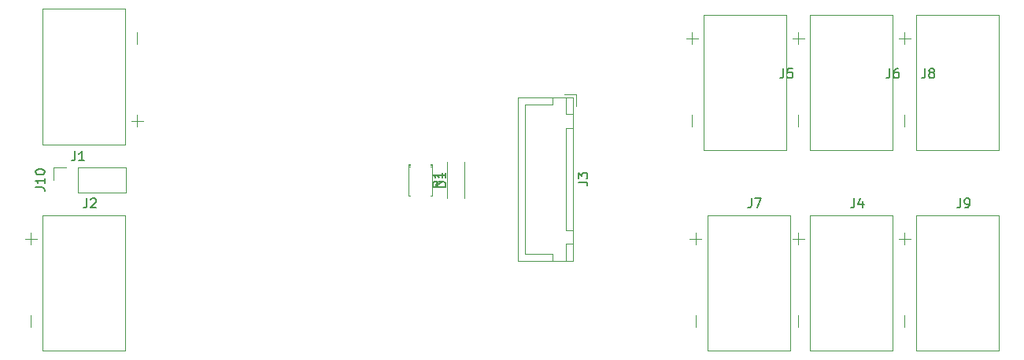
<source format=gbr>
%TF.GenerationSoftware,KiCad,Pcbnew,(5.1.9)-1*%
%TF.CreationDate,2021-04-12T23:16:35+02:00*%
%TF.ProjectId,v1_BMR480,76315f42-4d52-4343-9830-2e6b69636164,rev?*%
%TF.SameCoordinates,Original*%
%TF.FileFunction,Legend,Top*%
%TF.FilePolarity,Positive*%
%FSLAX46Y46*%
G04 Gerber Fmt 4.6, Leading zero omitted, Abs format (unit mm)*
G04 Created by KiCad (PCBNEW (5.1.9)-1) date 2021-04-12 23:16:35*
%MOMM*%
%LPD*%
G01*
G04 APERTURE LIST*
%ADD10C,0.120000*%
%ADD11C,0.150000*%
G04 APERTURE END LIST*
D10*
%TO.C,R1*%
X124110000Y-65420000D02*
X124110000Y-61580000D01*
X122270000Y-65420000D02*
X122270000Y-61580000D01*
%TO.C,J10*%
X79950000Y-63500000D02*
X79950000Y-62170000D01*
X79950000Y-62170000D02*
X81280000Y-62170000D01*
X82550000Y-62170000D02*
X87690000Y-62170000D01*
X87690000Y-64830000D02*
X87690000Y-62170000D01*
X82550000Y-64830000D02*
X87690000Y-64830000D01*
X82550000Y-64830000D02*
X82550000Y-62170000D01*
%TO.C,J9*%
X181610000Y-67310000D02*
X181610000Y-81915000D01*
X181610000Y-81915000D02*
X172720000Y-81915000D01*
X172720000Y-81915000D02*
X172720000Y-67310000D01*
X172720000Y-67310000D02*
X181610000Y-67310000D01*
X171450000Y-79375000D02*
X171450000Y-78105000D01*
X171450000Y-70485000D02*
X171450000Y-69215000D01*
X170815000Y-69850000D02*
X172085000Y-69850000D01*
%TO.C,J8*%
X181610000Y-45720000D02*
X181610000Y-60325000D01*
X181610000Y-60325000D02*
X172720000Y-60325000D01*
X172720000Y-60325000D02*
X172720000Y-45720000D01*
X172720000Y-45720000D02*
X181610000Y-45720000D01*
X171450000Y-57785000D02*
X171450000Y-56515000D01*
X171450000Y-48895000D02*
X171450000Y-47625000D01*
X170815000Y-48260000D02*
X172085000Y-48260000D01*
%TO.C,J7*%
X159131000Y-67310000D02*
X159131000Y-81915000D01*
X159131000Y-81915000D02*
X150241000Y-81915000D01*
X150241000Y-81915000D02*
X150241000Y-67310000D01*
X150241000Y-67310000D02*
X159131000Y-67310000D01*
X148971000Y-79375000D02*
X148971000Y-78105000D01*
X148971000Y-70485000D02*
X148971000Y-69215000D01*
X148336000Y-69850000D02*
X149606000Y-69850000D01*
%TO.C,J6*%
X170180000Y-45720000D02*
X170180000Y-60325000D01*
X170180000Y-60325000D02*
X161290000Y-60325000D01*
X161290000Y-60325000D02*
X161290000Y-45720000D01*
X161290000Y-45720000D02*
X170180000Y-45720000D01*
X160020000Y-57785000D02*
X160020000Y-56515000D01*
X160020000Y-48895000D02*
X160020000Y-47625000D01*
X159385000Y-48260000D02*
X160655000Y-48260000D01*
%TO.C,J5*%
X158750000Y-45720000D02*
X158750000Y-60325000D01*
X158750000Y-60325000D02*
X149860000Y-60325000D01*
X149860000Y-60325000D02*
X149860000Y-45720000D01*
X149860000Y-45720000D02*
X158750000Y-45720000D01*
X148590000Y-57785000D02*
X148590000Y-56515000D01*
X148590000Y-48895000D02*
X148590000Y-47625000D01*
X147955000Y-48260000D02*
X149225000Y-48260000D01*
%TO.C,J4*%
X170180000Y-67310000D02*
X170180000Y-81915000D01*
X170180000Y-81915000D02*
X161290000Y-81915000D01*
X161290000Y-81915000D02*
X161290000Y-67310000D01*
X161290000Y-67310000D02*
X170180000Y-67310000D01*
X160020000Y-79375000D02*
X160020000Y-78105000D01*
X160020000Y-70485000D02*
X160020000Y-69215000D01*
X159385000Y-69850000D02*
X160655000Y-69850000D01*
%TO.C,J3*%
X136100000Y-54300000D02*
X134850000Y-54300000D01*
X136100000Y-55550000D02*
X136100000Y-54300000D01*
X130600000Y-71450000D02*
X130600000Y-63400000D01*
X133550000Y-71450000D02*
X130600000Y-71450000D01*
X133550000Y-72200000D02*
X133550000Y-71450000D01*
X130600000Y-55350000D02*
X130600000Y-63400000D01*
X133550000Y-55350000D02*
X130600000Y-55350000D01*
X133550000Y-54600000D02*
X133550000Y-55350000D01*
X135800000Y-72200000D02*
X135800000Y-70400000D01*
X135050000Y-72200000D02*
X135800000Y-72200000D01*
X135050000Y-70400000D02*
X135050000Y-72200000D01*
X135800000Y-70400000D02*
X135050000Y-70400000D01*
X135800000Y-56400000D02*
X135800000Y-54600000D01*
X135050000Y-56400000D02*
X135800000Y-56400000D01*
X135050000Y-54600000D02*
X135050000Y-56400000D01*
X135800000Y-54600000D02*
X135050000Y-54600000D01*
X135800000Y-68900000D02*
X135800000Y-57900000D01*
X135050000Y-68900000D02*
X135800000Y-68900000D01*
X135050000Y-57900000D02*
X135050000Y-68900000D01*
X135800000Y-57900000D02*
X135050000Y-57900000D01*
X135810000Y-72210000D02*
X135810000Y-54590000D01*
X129840000Y-72210000D02*
X135810000Y-72210000D01*
X129840000Y-54590000D02*
X129840000Y-72210000D01*
X135810000Y-54590000D02*
X129840000Y-54590000D01*
%TO.C,J2*%
X78740000Y-81915000D02*
X78740000Y-67310000D01*
X87630000Y-67310000D02*
X87630000Y-81915000D01*
X77470000Y-79375000D02*
X77470000Y-78105000D01*
X78740000Y-67310000D02*
X87630000Y-67310000D01*
X76835000Y-69850000D02*
X78105000Y-69850000D01*
X87630000Y-81915000D02*
X78740000Y-81915000D01*
X77470000Y-70485000D02*
X77470000Y-69215000D01*
%TO.C,J1*%
X87630000Y-45085000D02*
X87630000Y-59690000D01*
X78740000Y-59690000D02*
X78740000Y-45085000D01*
X88900000Y-47625000D02*
X88900000Y-48895000D01*
X87630000Y-59690000D02*
X78740000Y-59690000D01*
X89535000Y-57150000D02*
X88265000Y-57150000D01*
X78740000Y-45085000D02*
X87630000Y-45085000D01*
X88900000Y-56515000D02*
X88900000Y-57785000D01*
%TO.C,D1*%
X118300000Y-62030000D02*
X118120000Y-62030000D01*
X120640000Y-62030000D02*
X120460000Y-62030000D01*
X118300000Y-61910000D02*
X118120000Y-61910000D01*
X120640000Y-61910000D02*
X120460000Y-61910000D01*
X118285000Y-65210000D02*
X118120000Y-65210000D01*
X120640000Y-65210000D02*
X120475000Y-65210000D01*
X118300000Y-61790000D02*
X118120000Y-61790000D01*
X120640000Y-61790000D02*
X120460000Y-61790000D01*
X118120000Y-61790000D02*
X118120000Y-65210000D01*
X120640000Y-61790000D02*
X120640000Y-65210000D01*
%TO.C,R1*%
D11*
X121722380Y-63666666D02*
X121246190Y-64000000D01*
X121722380Y-64238095D02*
X120722380Y-64238095D01*
X120722380Y-63857142D01*
X120770000Y-63761904D01*
X120817619Y-63714285D01*
X120912857Y-63666666D01*
X121055714Y-63666666D01*
X121150952Y-63714285D01*
X121198571Y-63761904D01*
X121246190Y-63857142D01*
X121246190Y-64238095D01*
X121722380Y-62714285D02*
X121722380Y-63285714D01*
X121722380Y-63000000D02*
X120722380Y-63000000D01*
X120865238Y-63095238D01*
X120960476Y-63190476D01*
X121008095Y-63285714D01*
%TO.C,J10*%
X77962380Y-64309523D02*
X78676666Y-64309523D01*
X78819523Y-64357142D01*
X78914761Y-64452380D01*
X78962380Y-64595238D01*
X78962380Y-64690476D01*
X78962380Y-63309523D02*
X78962380Y-63880952D01*
X78962380Y-63595238D02*
X77962380Y-63595238D01*
X78105238Y-63690476D01*
X78200476Y-63785714D01*
X78248095Y-63880952D01*
X77962380Y-62690476D02*
X77962380Y-62595238D01*
X78010000Y-62500000D01*
X78057619Y-62452380D01*
X78152857Y-62404761D01*
X78343333Y-62357142D01*
X78581428Y-62357142D01*
X78771904Y-62404761D01*
X78867142Y-62452380D01*
X78914761Y-62500000D01*
X78962380Y-62595238D01*
X78962380Y-62690476D01*
X78914761Y-62785714D01*
X78867142Y-62833333D01*
X78771904Y-62880952D01*
X78581428Y-62928571D01*
X78343333Y-62928571D01*
X78152857Y-62880952D01*
X78057619Y-62833333D01*
X78010000Y-62785714D01*
X77962380Y-62690476D01*
%TO.C,J9*%
X177466666Y-65492380D02*
X177466666Y-66206666D01*
X177419047Y-66349523D01*
X177323809Y-66444761D01*
X177180952Y-66492380D01*
X177085714Y-66492380D01*
X177990476Y-66492380D02*
X178180952Y-66492380D01*
X178276190Y-66444761D01*
X178323809Y-66397142D01*
X178419047Y-66254285D01*
X178466666Y-66063809D01*
X178466666Y-65682857D01*
X178419047Y-65587619D01*
X178371428Y-65540000D01*
X178276190Y-65492380D01*
X178085714Y-65492380D01*
X177990476Y-65540000D01*
X177942857Y-65587619D01*
X177895238Y-65682857D01*
X177895238Y-65920952D01*
X177942857Y-66016190D01*
X177990476Y-66063809D01*
X178085714Y-66111428D01*
X178276190Y-66111428D01*
X178371428Y-66063809D01*
X178419047Y-66016190D01*
X178466666Y-65920952D01*
%TO.C,J8*%
X173656666Y-51522380D02*
X173656666Y-52236666D01*
X173609047Y-52379523D01*
X173513809Y-52474761D01*
X173370952Y-52522380D01*
X173275714Y-52522380D01*
X174275714Y-51950952D02*
X174180476Y-51903333D01*
X174132857Y-51855714D01*
X174085238Y-51760476D01*
X174085238Y-51712857D01*
X174132857Y-51617619D01*
X174180476Y-51570000D01*
X174275714Y-51522380D01*
X174466190Y-51522380D01*
X174561428Y-51570000D01*
X174609047Y-51617619D01*
X174656666Y-51712857D01*
X174656666Y-51760476D01*
X174609047Y-51855714D01*
X174561428Y-51903333D01*
X174466190Y-51950952D01*
X174275714Y-51950952D01*
X174180476Y-51998571D01*
X174132857Y-52046190D01*
X174085238Y-52141428D01*
X174085238Y-52331904D01*
X174132857Y-52427142D01*
X174180476Y-52474761D01*
X174275714Y-52522380D01*
X174466190Y-52522380D01*
X174561428Y-52474761D01*
X174609047Y-52427142D01*
X174656666Y-52331904D01*
X174656666Y-52141428D01*
X174609047Y-52046190D01*
X174561428Y-51998571D01*
X174466190Y-51950952D01*
%TO.C,J7*%
X154987666Y-65492380D02*
X154987666Y-66206666D01*
X154940047Y-66349523D01*
X154844809Y-66444761D01*
X154701952Y-66492380D01*
X154606714Y-66492380D01*
X155368619Y-65492380D02*
X156035285Y-65492380D01*
X155606714Y-66492380D01*
%TO.C,J6*%
X169846666Y-51522380D02*
X169846666Y-52236666D01*
X169799047Y-52379523D01*
X169703809Y-52474761D01*
X169560952Y-52522380D01*
X169465714Y-52522380D01*
X170751428Y-51522380D02*
X170560952Y-51522380D01*
X170465714Y-51570000D01*
X170418095Y-51617619D01*
X170322857Y-51760476D01*
X170275238Y-51950952D01*
X170275238Y-52331904D01*
X170322857Y-52427142D01*
X170370476Y-52474761D01*
X170465714Y-52522380D01*
X170656190Y-52522380D01*
X170751428Y-52474761D01*
X170799047Y-52427142D01*
X170846666Y-52331904D01*
X170846666Y-52093809D01*
X170799047Y-51998571D01*
X170751428Y-51950952D01*
X170656190Y-51903333D01*
X170465714Y-51903333D01*
X170370476Y-51950952D01*
X170322857Y-51998571D01*
X170275238Y-52093809D01*
%TO.C,J5*%
X158416666Y-51522380D02*
X158416666Y-52236666D01*
X158369047Y-52379523D01*
X158273809Y-52474761D01*
X158130952Y-52522380D01*
X158035714Y-52522380D01*
X159369047Y-51522380D02*
X158892857Y-51522380D01*
X158845238Y-51998571D01*
X158892857Y-51950952D01*
X158988095Y-51903333D01*
X159226190Y-51903333D01*
X159321428Y-51950952D01*
X159369047Y-51998571D01*
X159416666Y-52093809D01*
X159416666Y-52331904D01*
X159369047Y-52427142D01*
X159321428Y-52474761D01*
X159226190Y-52522380D01*
X158988095Y-52522380D01*
X158892857Y-52474761D01*
X158845238Y-52427142D01*
%TO.C,J4*%
X166036666Y-65492380D02*
X166036666Y-66206666D01*
X165989047Y-66349523D01*
X165893809Y-66444761D01*
X165750952Y-66492380D01*
X165655714Y-66492380D01*
X166941428Y-65825714D02*
X166941428Y-66492380D01*
X166703333Y-65444761D02*
X166465238Y-66159047D01*
X167084285Y-66159047D01*
%TO.C,J3*%
X136352380Y-63733333D02*
X137066666Y-63733333D01*
X137209523Y-63780952D01*
X137304761Y-63876190D01*
X137352380Y-64019047D01*
X137352380Y-64114285D01*
X136352380Y-63352380D02*
X136352380Y-62733333D01*
X136733333Y-63066666D01*
X136733333Y-62923809D01*
X136780952Y-62828571D01*
X136828571Y-62780952D01*
X136923809Y-62733333D01*
X137161904Y-62733333D01*
X137257142Y-62780952D01*
X137304761Y-62828571D01*
X137352380Y-62923809D01*
X137352380Y-63209523D01*
X137304761Y-63304761D01*
X137257142Y-63352380D01*
%TO.C,J2*%
X83486666Y-65492380D02*
X83486666Y-66206666D01*
X83439047Y-66349523D01*
X83343809Y-66444761D01*
X83200952Y-66492380D01*
X83105714Y-66492380D01*
X83915238Y-65587619D02*
X83962857Y-65540000D01*
X84058095Y-65492380D01*
X84296190Y-65492380D01*
X84391428Y-65540000D01*
X84439047Y-65587619D01*
X84486666Y-65682857D01*
X84486666Y-65778095D01*
X84439047Y-65920952D01*
X83867619Y-66492380D01*
X84486666Y-66492380D01*
%TO.C,J1*%
X82216666Y-60412380D02*
X82216666Y-61126666D01*
X82169047Y-61269523D01*
X82073809Y-61364761D01*
X81930952Y-61412380D01*
X81835714Y-61412380D01*
X83216666Y-61412380D02*
X82645238Y-61412380D01*
X82930952Y-61412380D02*
X82930952Y-60412380D01*
X82835714Y-60555238D01*
X82740476Y-60650476D01*
X82645238Y-60698095D01*
%TO.C,D1*%
X122092380Y-64238095D02*
X121092380Y-64238095D01*
X121092380Y-64000000D01*
X121140000Y-63857142D01*
X121235238Y-63761904D01*
X121330476Y-63714285D01*
X121520952Y-63666666D01*
X121663809Y-63666666D01*
X121854285Y-63714285D01*
X121949523Y-63761904D01*
X122044761Y-63857142D01*
X122092380Y-64000000D01*
X122092380Y-64238095D01*
X122092380Y-62714285D02*
X122092380Y-63285714D01*
X122092380Y-63000000D02*
X121092380Y-63000000D01*
X121235238Y-63095238D01*
X121330476Y-63190476D01*
X121378095Y-63285714D01*
%TD*%
M02*

</source>
